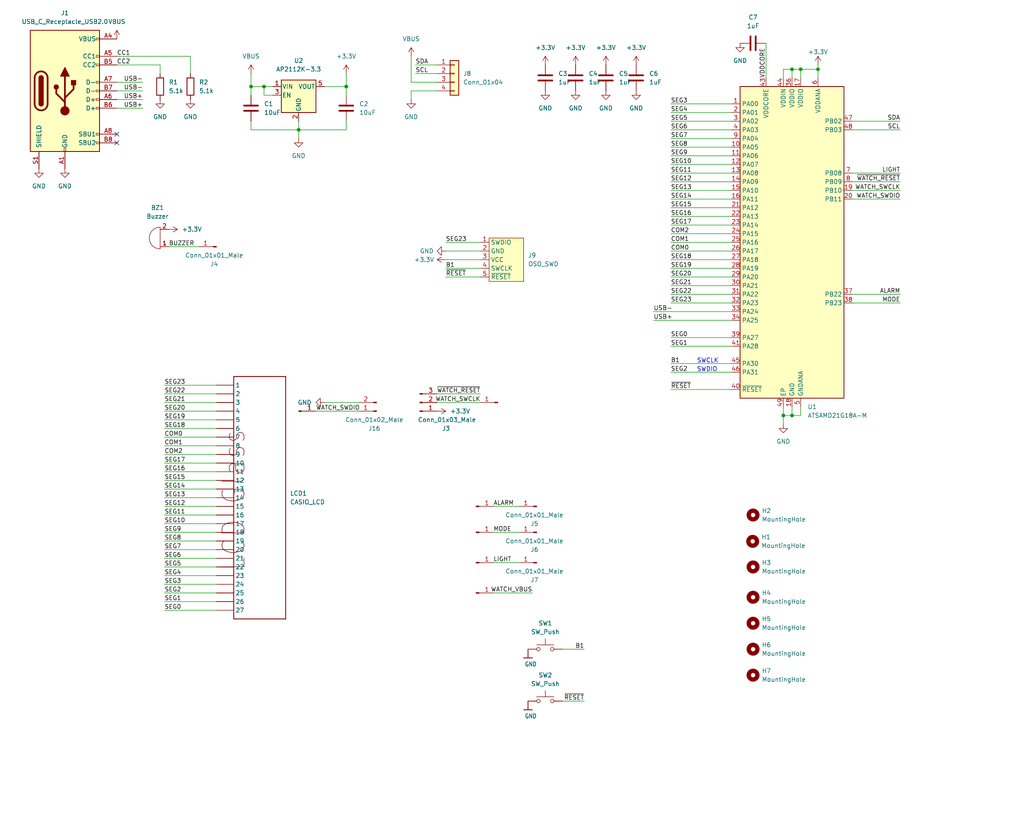
<source format=kicad_sch>
(kicad_sch (version 20211123) (generator eeschema)
  (paper "User" 300.507 242.062)
  (lib_symbols
    (symbol "Adafruit QT Py-eagle-import:GND" (power)
      (property "Value" "GND" (at -1.524 -2.54 0))
      (symbol "GND_1_0"
        (polyline (pts (xy -1.27 0) (xy 1.27 0)) (stroke (width 0.254)))
        (pin power_in line (at 0 2.54 270) (length 2.54) (name "GND") (number "1"))
      )
    )
    (symbol "Connector:Conn_01x01_Male" (pin_names (offset 1.016) hide)
      (property "Reference" "J" (at 0 2.54 0))
      (property "Value" "Conn_01x01_Male" (at 0 -2.54 0))
      (symbol "Conn_01x01_Male_1_1"
        (polyline (pts (xy 1.27 0) (xy 0.8636 0)) (stroke (width 0.1524)))
        (rectangle (start 0.8636 0.127) (end 0 -0.127) (stroke (width 0.1524)) (fill (type outline)))
        (pin passive line (at 5.08 0 180) (length 3.81) (name "Pin_1") (number "1"))
      )
    )
    (symbol "Connector:Conn_01x02_Male" (pin_names (offset 1.016) hide)
      (property "Reference" "J" (at 0 2.54 0))
      (property "Value" "Conn_01x02_Male" (at 0 -5.08 0))
      (symbol "Conn_01x02_Male_1_1"
        (polyline (pts (xy 1.27 -2.54) (xy 0.8636 -2.54)) (stroke (width 0.1524)))
        (polyline (pts (xy 1.27 0) (xy 0.8636 0)) (stroke (width 0.1524)))
        (rectangle (start 0.8636 -2.413) (end 0 -2.667) (stroke (width 0.1524)) (fill (type outline)))
        (rectangle (start 0.8636 0.127) (end 0 -0.127) (stroke (width 0.1524)) (fill (type outline)))
        (pin passive line (at 5.08 0 180) (length 3.81) (name "Pin_1") (number "1"))
        (pin passive line (at 5.08 -2.54 180) (length 3.81) (name "Pin_2") (number "2"))
      )
    )
    (symbol "Connector:Conn_01x03_Male" (pin_names (offset 1.016) hide)
      (property "Reference" "J" (at 0 5.08 0))
      (property "Value" "Conn_01x03_Male" (at 0 -5.08 0))
      (symbol "Conn_01x03_Male_1_1"
        (polyline (pts (xy 1.27 -2.54) (xy 0.8636 -2.54)) (stroke (width 0.1524)))
        (polyline (pts (xy 1.27 0) (xy 0.8636 0)) (stroke (width 0.1524)))
        (polyline (pts (xy 1.27 2.54) (xy 0.8636 2.54)) (stroke (width 0.1524)))
        (rectangle (start 0.8636 -2.413) (end 0 -2.667) (stroke (width 0.1524)) (fill (type outline)))
        (rectangle (start 0.8636 0.127) (end 0 -0.127) (stroke (width 0.1524)) (fill (type outline)))
        (rectangle (start 0.8636 2.667) (end 0 2.413) (stroke (width 0.1524)) (fill (type outline)))
        (pin passive line (at 5.08 2.54 180) (length 3.81) (name "Pin_1") (number "1"))
        (pin passive line (at 5.08 0 180) (length 3.81) (name "Pin_2") (number "2"))
        (pin passive line (at 5.08 -2.54 180) (length 3.81) (name "Pin_3") (number "3"))
      )
    )
    (symbol "Connector:USB_C_Receptacle_USB2.0" (pin_names (offset 1.016))
      (property "Reference" "J" (at -10.16 19.05 0))
      (property "Value" "USB_C_Receptacle_USB2.0" (at 19.05 19.05 0))
      (symbol "USB_C_Receptacle_USB2.0_0_0"
        (rectangle (start -0.254 -17.78) (end 0.254 -16.764))
        (rectangle (start 10.16 -14.986) (end 9.144 -15.494))
        (rectangle (start 10.16 -12.446) (end 9.144 -12.954))
        (rectangle (start 10.16 -4.826) (end 9.144 -5.334))
        (rectangle (start 10.16 -2.286) (end 9.144 -2.794))
        (rectangle (start 10.16 0.254) (end 9.144 -0.254))
        (rectangle (start 10.16 2.794) (end 9.144 2.286))
        (rectangle (start 10.16 7.874) (end 9.144 7.366))
        (rectangle (start 10.16 10.414) (end 9.144 9.906))
        (rectangle (start 10.16 15.494) (end 9.144 14.986))
      )
      (symbol "USB_C_Receptacle_USB2.0_0_1"
        (rectangle (start -10.16 17.78) (end 10.16 -17.78) (stroke (width 0.254)) (fill (type background)))
        (arc (start -8.89 -3.81) (mid -6.985 -5.715) (end -5.08 -3.81) (stroke (width 0.508)))
        (arc (start -7.62 -3.81) (mid -6.985 -4.445) (end -6.35 -3.81) (stroke (width 0.254)))
        (arc (start -7.62 -3.81) (mid -6.985 -4.445) (end -6.35 -3.81) (stroke (width 0.254)) (fill (type outline)))
        (rectangle (start -7.62 -3.81) (end -6.35 3.81) (stroke (width 0.254)) (fill (type outline)))
        (arc (start -6.35 3.81) (mid -6.985 4.445) (end -7.62 3.81) (stroke (width 0.254)))
        (arc (start -6.35 3.81) (mid -6.985 4.445) (end -7.62 3.81) (stroke (width 0.254)) (fill (type outline)))
        (arc (start -5.08 3.81) (mid -6.985 5.715) (end -8.89 3.81) (stroke (width 0.508)))
        (circle (center -2.54 1.143) (radius 0.635) (stroke (width 0.254)) (fill (type outline)))
        (circle (center 0 -5.842) (radius 1.27) (fill (type outline)))
        (polyline (pts (xy -8.89 -3.81) (xy -8.89 3.81)) (stroke (width 0.508)))
        (polyline (pts (xy -5.08 3.81) (xy -5.08 -3.81)) (stroke (width 0.508)))
        (polyline (pts (xy 0 -5.842) (xy 0 4.318)) (stroke (width 0.508)))
        (polyline (pts (xy 0 -3.302) (xy -2.54 -0.762) (xy -2.54 0.508)) (stroke (width 0.508)))
        (polyline (pts (xy 0 -2.032) (xy 2.54 0.508) (xy 2.54 1.778)) (stroke (width 0.508)))
        (polyline (pts (xy -1.27 4.318) (xy 0 6.858) (xy 1.27 4.318) (xy -1.27 4.318)) (stroke (width 0.254)) (fill (type outline)))
        (rectangle (start 1.905 1.778) (end 3.175 3.048) (stroke (width 0.254)) (fill (type outline)))
      )
      (symbol "USB_C_Receptacle_USB2.0_1_1"
        (pin passive line (at 0 -22.86 90) (length 5.08) (name "GND") (number "A1"))
        (pin passive line (at 0 -22.86 90) (length 5.08) hide (name "GND") (number "A12"))
        (pin passive line (at 15.24 15.24 180) (length 5.08) (name "VBUS") (number "A4"))
        (pin bidirectional line (at 15.24 10.16 180) (length 5.08) (name "CC1") (number "A5"))
        (pin bidirectional line (at 15.24 -2.54 180) (length 5.08) (name "D+") (number "A6"))
        (pin bidirectional line (at 15.24 2.54 180) (length 5.08) (name "D-") (number "A7"))
        (pin bidirectional line (at 15.24 -12.7 180) (length 5.08) (name "SBU1") (number "A8"))
        (pin passive line (at 15.24 15.24 180) (length 5.08) hide (name "VBUS") (number "A9"))
        (pin passive line (at 0 -22.86 90) (length 5.08) hide (name "GND") (number "B1"))
        (pin passive line (at 0 -22.86 90) (length 5.08) hide (name "GND") (number "B12"))
        (pin passive line (at 15.24 15.24 180) (length 5.08) hide (name "VBUS") (number "B4"))
        (pin bidirectional line (at 15.24 7.62 180) (length 5.08) (name "CC2") (number "B5"))
        (pin bidirectional line (at 15.24 -5.08 180) (length 5.08) (name "D+") (number "B6"))
        (pin bidirectional line (at 15.24 0 180) (length 5.08) (name "D-") (number "B7"))
        (pin bidirectional line (at 15.24 -15.24 180) (length 5.08) (name "SBU2") (number "B8"))
        (pin passive line (at 15.24 15.24 180) (length 5.08) hide (name "VBUS") (number "B9"))
        (pin passive line (at -7.62 -22.86 90) (length 5.08) (name "SHIELD") (number "S1"))
      )
    )
    (symbol "Connector_Generic:Conn_01x04" (pin_names (offset 1.016) hide)
      (property "Reference" "J" (at 0 5.08 0))
      (property "Value" "Conn_01x04" (at 0 -7.62 0))
      (symbol "Conn_01x04_1_1"
        (rectangle (start -1.27 -4.953) (end 0 -5.207) (stroke (width 0.1524)))
        (rectangle (start -1.27 -2.413) (end 0 -2.667) (stroke (width 0.1524)))
        (rectangle (start -1.27 0.127) (end 0 -0.127) (stroke (width 0.1524)))
        (rectangle (start -1.27 2.667) (end 0 2.413) (stroke (width 0.1524)))
        (rectangle (start -1.27 3.81) (end 1.27 -6.35) (stroke (width 0.254)) (fill (type background)))
        (pin passive line (at -5.08 2.54 0) (length 3.81) (name "Pin_1") (number "1"))
        (pin passive line (at -5.08 0 0) (length 3.81) (name "Pin_2") (number "2"))
        (pin passive line (at -5.08 -2.54 0) (length 3.81) (name "Pin_3") (number "3"))
        (pin passive line (at -5.08 -5.08 0) (length 3.81) (name "Pin_4") (number "4"))
      )
    )
    (symbol "Device:Buzzer" (pin_names (offset 0.0254) hide)
      (property "Reference" "BZ" (at 3.81 1.27 0))
      (property "Value" "Buzzer" (at 3.81 -1.27 0))
      (symbol "Buzzer_0_1"
        (arc (start 0 -3.175) (mid 3.175 0) (end 0 3.175))
        (polyline (pts (xy -1.651 1.905) (xy -1.143 1.905)))
        (polyline (pts (xy -1.397 2.159) (xy -1.397 1.651)))
        (polyline (pts (xy 0 3.175) (xy 0 -3.175)))
      )
      (symbol "Buzzer_1_1"
        (pin passive line (at -2.54 2.54 0) (length 2.54) (name "-") (number "1"))
        (pin passive line (at -2.54 -2.54 0) (length 2.54) (name "+") (number "2"))
      )
    )
    (symbol "Device:C" (pin_numbers hide) (pin_names (offset 0.254))
      (property "Reference" "C" (at 0.635 2.54 0))
      (property "Value" "C" (at 0.635 -2.54 0))
      (symbol "C_0_1"
        (polyline (pts (xy -2.032 -0.762) (xy 2.032 -0.762)) (stroke (width 0.508)))
        (polyline (pts (xy -2.032 0.762) (xy 2.032 0.762)) (stroke (width 0.508)))
      )
      (symbol "C_1_1"
        (pin passive line (at 0 3.81 270) (length 2.794) (name "~") (number "1"))
        (pin passive line (at 0 -3.81 90) (length 2.794) (name "~") (number "2"))
      )
    )
    (symbol "Device:R" (pin_numbers hide) (pin_names (offset 0))
      (property "Reference" "R" (at 2.032 0 90))
      (property "Value" "R" (at 0 0 90))
      (symbol "R_0_1"
        (rectangle (start -1.016 -2.54) (end 1.016 2.54) (stroke (width 0.254)))
      )
      (symbol "R_1_1"
        (pin passive line (at 0 3.81 270) (length 1.27) (name "~") (number "1"))
        (pin passive line (at 0 -3.81 90) (length 1.27) (name "~") (number "2"))
      )
    )
    (symbol "MCU_Microchip_SAMD:ATSAMD21G18A-M"
      (property "Reference" "U" (at -13.97 46.99 0))
      (property "Value" "ATSAMD21G18A-M" (at 16.51 46.99 0))
      (symbol "ATSAMD21G18A-M_0_1"
        (rectangle (start -15.24 45.72) (end 15.24 -45.72) (stroke (width 0.254)) (fill (type background)))
      )
      (symbol "ATSAMD21G18A-M_1_1"
        (pin bidirectional line (at -17.78 40.64 0) (length 2.54) (name "PA00") (number "1"))
        (pin bidirectional line (at -17.78 27.94 0) (length 2.54) (name "PA05") (number "10"))
        (pin bidirectional line (at -17.78 25.4 0) (length 2.54) (name "PA06") (number "11"))
        (pin bidirectional line (at -17.78 22.86 0) (length 2.54) (name "PA07") (number "12"))
        (pin bidirectional line (at -17.78 20.32 0) (length 2.54) (name "PA08") (number "13"))
        (pin bidirectional line (at -17.78 17.78 0) (length 2.54) (name "PA09") (number "14"))
        (pin bidirectional line (at -17.78 15.24 0) (length 2.54) (name "PA10") (number "15"))
        (pin bidirectional line (at -17.78 12.7 0) (length 2.54) (name "PA11") (number "16"))
        (pin power_in line (at 2.54 48.26 270) (length 2.54) (name "VDDIO") (number "17"))
        (pin power_in line (at 0 -48.26 90) (length 2.54) (name "GND") (number "18"))
        (pin bidirectional line (at 17.78 15.24 180) (length 2.54) (name "PB10") (number "19"))
        (pin bidirectional line (at -17.78 38.1 0) (length 2.54) (name "PA01") (number "2"))
        (pin bidirectional line (at 17.78 12.7 180) (length 2.54) (name "PB11") (number "20"))
        (pin bidirectional line (at -17.78 10.16 0) (length 2.54) (name "PA12") (number "21"))
        (pin bidirectional line (at -17.78 7.62 0) (length 2.54) (name "PA13") (number "22"))
        (pin bidirectional line (at -17.78 5.08 0) (length 2.54) (name "PA14") (number "23"))
        (pin bidirectional line (at -17.78 2.54 0) (length 2.54) (name "PA15") (number "24"))
        (pin bidirectional line (at -17.78 0 0) (length 2.54) (name "PA16") (number "25"))
        (pin bidirectional line (at -17.78 -2.54 0) (length 2.54) (name "PA17") (number "26"))
        (pin bidirectional line (at -17.78 -5.08 0) (length 2.54) (name "PA18") (number "27"))
        (pin bidirectional line (at -17.78 -7.62 0) (length 2.54) (name "PA19") (number "28"))
        (pin bidirectional line (at -17.78 -10.16 0) (length 2.54) (name "PA20") (number "29"))
        (pin bidirectional line (at -17.78 35.56 0) (length 2.54) (name "PA02") (number "3"))
        (pin bidirectional line (at -17.78 -12.7 0) (length 2.54) (name "PA21") (number "30"))
        (pin bidirectional line (at -17.78 -15.24 0) (length 2.54) (name "PA22") (number "31"))
        (pin bidirectional line (at -17.78 -17.78 0) (length 2.54) (name "PA23") (number "32"))
        (pin bidirectional line (at -17.78 -20.32 0) (length 2.54) (name "PA24") (number "33"))
        (pin bidirectional line (at -17.78 -22.86 0) (length 2.54) (name "PA25") (number "34"))
        (pin passive line (at 0 -48.26 90) (length 2.54) hide (name "GND") (number "35"))
        (pin power_in line (at 0 48.26 270) (length 2.54) (name "VDDIO") (number "36"))
        (pin bidirectional line (at 17.78 -15.24 180) (length 2.54) (name "PB22") (number "37"))
        (pin bidirectional line (at 17.78 -17.78 180) (length 2.54) (name "PB23") (number "38"))
        (pin bidirectional line (at -17.78 -27.94 0) (length 2.54) (name "PA27") (number "39"))
        (pin bidirectional line (at -17.78 33.02 0) (length 2.54) (name "PA03") (number "4"))
        (pin input line (at -17.78 -43.18 0) (length 2.54) (name "~{RESET}") (number "40"))
        (pin bidirectional line (at -17.78 -30.48 0) (length 2.54) (name "PA28") (number "41"))
        (pin passive line (at 0 -48.26 90) (length 2.54) hide (name "GND") (number "42"))
        (pin power_out line (at -7.62 48.26 270) (length 2.54) (name "VDDCORE") (number "43"))
        (pin power_in line (at -2.54 48.26 270) (length 2.54) (name "VDDIN") (number "44"))
        (pin bidirectional line (at -17.78 -35.56 0) (length 2.54) (name "PA30") (number "45"))
        (pin bidirectional line (at -17.78 -38.1 0) (length 2.54) (name "PA31") (number "46"))
        (pin bidirectional line (at 17.78 35.56 180) (length 2.54) (name "PB02") (number "47"))
        (pin bidirectional line (at 17.78 33.02 180) (length 2.54) (name "PB03") (number "48"))
        (pin passive line (at -2.54 -48.26 90) (length 2.54) (name "EP") (number "49"))
        (pin power_in line (at 2.54 -48.26 90) (length 2.54) (name "GNDANA") (number "5"))
        (pin power_in line (at 7.62 48.26 270) (length 2.54) (name "VDDANA") (number "6"))
        (pin bidirectional line (at 17.78 20.32 180) (length 2.54) (name "PB08") (number "7"))
        (pin bidirectional line (at 17.78 17.78 180) (length 2.54) (name "PB09") (number "8"))
        (pin bidirectional line (at -17.78 30.48 0) (length 2.54) (name "PA04") (number "9"))
      )
    )
    (symbol "Mechanical:MountingHole" (pin_names (offset 1.016))
      (property "Reference" "H" (at 0 5.08 0))
      (property "Value" "MountingHole" (at 0 3.175 0))
      (symbol "MountingHole_0_1"
        (circle (center 0 0) (radius 1.27) (stroke (width 1.27)))
      )
    )
    (symbol "OSO-SWAT-A1-05-eagle-import:CASIO_LCD"
      (property "Reference" "LCD" (at 0 11.43 0))
      (property "Value" "CASIO_LCD" (at 0 13.97 0))
      (symbol "CASIO_LCD_1_0"
        (polyline (pts (xy -35.56 -5.08) (xy -35.56 10.16)) (stroke (width 0.254)))
        (polyline (pts (xy -35.56 10.16) (xy 35.56 10.16)) (stroke (width 0.254)))
        (polyline (pts (xy 35.56 -5.08) (xy -35.56 -5.08)) (stroke (width 0.254)))
        (polyline (pts (xy 35.56 10.16) (xy 35.56 -5.08)) (stroke (width 0.254)))
        (text "LCD Glass" (at -20.32 -1.27 0) (effects (font (size 6.4516 5.4838)) (justify left bottom)))
        (pin input line (at -33.02 -10.16 90) (length 5.08) (name "1") (number "1"))
        (pin input line (at -10.16 -10.16 90) (length 5.08) (name "10") (number "10"))
        (pin input line (at -7.62 -10.16 90) (length 5.08) (name "11") (number "11"))
        (pin input line (at -5.08 -10.16 90) (length 5.08) (name "12") (number "12"))
        (pin input line (at -2.54 -10.16 90) (length 5.08) (name "13") (number "13"))
        (pin input line (at 0 -10.16 90) (length 5.08) (name "14") (number "14"))
        (pin input line (at 2.54 -10.16 90) (length 5.08) (name "15") (number "15"))
        (pin input line (at 5.08 -10.16 90) (length 5.08) (name "16") (number "16"))
        (pin input line (at 7.62 -10.16 90) (length 5.08) (name "17") (number "17"))
        (pin input line (at 10.16 -10.16 90) (length 5.08) (name "18") (number "18"))
        (pin input line (at 12.7 -10.16 90) (length 5.08) (name "19") (number "19"))
        (pin input line (at -30.48 -10.16 90) (length 5.08) (name "2") (number "2"))
        (pin input line (at 15.24 -10.16 90) (length 5.08) (name "20") (number "20"))
        (pin input line (at 17.78 -10.16 90) (length 5.08) (name "21") (number "21"))
        (pin input line (at 20.32 -10.16 90) (length 5.08) (name "22") (number "22"))
        (pin input line (at 22.86 -10.16 90) (length 5.08) (name "23") (number "23"))
        (pin input line (at 25.4 -10.16 90) (length 5.08) (name "24") (number "24"))
        (pin input line (at 27.94 -10.16 90) (length 5.08) (name "25") (number "25"))
        (pin input line (at 30.48 -10.16 90) (length 5.08) (name "26") (number "26"))
        (pin input line (at 33.02 -10.16 90) (length 5.08) (name "27") (number "27"))
        (pin input line (at -27.94 -10.16 90) (length 5.08) (name "3") (number "3"))
        (pin input line (at -25.4 -10.16 90) (length 5.08) (name "4") (number "4"))
        (pin input line (at -22.86 -10.16 90) (length 5.08) (name "5") (number "5"))
        (pin input line (at -20.32 -10.16 90) (length 5.08) (name "6") (number "6"))
        (pin input line (at -17.78 -10.16 90) (length 5.08) (name "7") (number "7"))
        (pin input line (at -15.24 -10.16 90) (length 5.08) (name "8") (number "8"))
        (pin input line (at -12.7 -10.16 90) (length 5.08) (name "9") (number "9"))
      )
    )
    (symbol "OSO_SWD:OSO_SWD"
      (property "Reference" "J" (at 0 -7.62 0))
      (property "Value" "OSO_SWD" (at 0 7.62 0))
      (symbol "OSO_SWD_0_1"
        (rectangle (start -5.08 6.35) (end 5.08 -6.35) (fill (type background)))
      )
      (symbol "OSO_SWD_1_1"
        (pin bidirectional line (at -7.62 5.08 0) (length 2.54) (name "SWDIO") (number "1"))
        (pin power_in line (at -7.62 2.54 0) (length 2.54) (name "GND") (number "2"))
        (pin power_in line (at -7.62 0 0) (length 2.54) (name "VCC") (number "3"))
        (pin bidirectional line (at -7.62 -2.54 0) (length 2.54) (name "SWCLK") (number "4"))
        (pin bidirectional line (at -7.62 -5.08 0) (length 2.54) (name "~{RESET}") (number "5"))
      )
    )
    (symbol "Regulator_Linear:AP2112K-3.3" (pin_names (offset 0.254))
      (property "Reference" "U" (at -5.08 5.715 0))
      (property "Value" "AP2112K-3.3" (at 0 5.715 0))
      (symbol "AP2112K-3.3_0_1"
        (rectangle (start -5.08 4.445) (end 5.08 -5.08) (stroke (width 0.254)) (fill (type background)))
      )
      (symbol "AP2112K-3.3_1_1"
        (pin power_in line (at -7.62 2.54 0) (length 2.54) (name "VIN") (number "1"))
        (pin power_in line (at 0 -7.62 90) (length 2.54) (name "GND") (number "2"))
        (pin input line (at -7.62 0 0) (length 2.54) (name "EN") (number "3"))
        (pin no_connect line (at 5.08 0 180) (length 2.54) hide (name "NC") (number "4"))
        (pin power_out line (at 7.62 2.54 180) (length 2.54) (name "VOUT") (number "5"))
      )
    )
    (symbol "Switch:SW_Push" (pin_numbers hide) (pin_names (offset 1.016) hide)
      (property "Reference" "SW" (at 1.27 2.54 0))
      (property "Value" "SW_Push" (at 0 -1.524 0))
      (symbol "SW_Push_0_1"
        (circle (center -2.032 0) (radius 0.508))
        (polyline (pts (xy 0 1.27) (xy 0 3.048)))
        (polyline (pts (xy 2.54 1.27) (xy -2.54 1.27)))
        (circle (center 2.032 0) (radius 0.508))
        (pin passive line (at -5.08 0 0) (length 2.54) (name "1") (number "1"))
        (pin passive line (at 5.08 0 180) (length 2.54) (name "2") (number "2"))
      )
    )
    (symbol "power:+3.3V" (power) (pin_names (offset 0))
      (property "Value" "+3.3V" (at 0 3.556 0))
      (symbol "+3.3V_0_1"
        (polyline (pts (xy -0.762 1.27) (xy 0 2.54)))
        (polyline (pts (xy 0 0) (xy 0 2.54)))
        (polyline (pts (xy 0 2.54) (xy 0.762 1.27)))
      )
      (symbol "+3.3V_1_1"
        (pin power_in line (at 0 0 90) (length 0) hide (name "+3.3V") (number "1"))
      )
    )
    (symbol "power:GND" (power) (pin_names (offset 0))
      (property "Value" "GND" (at 0 -3.81 0))
      (symbol "GND_0_1"
        (polyline (pts (xy 0 0) (xy 0 -1.27) (xy 1.27 -1.27) (xy 0 -2.54) (xy -1.27 -1.27) (xy 0 -1.27)))
      )
      (symbol "GND_1_1"
        (pin power_in line (at 0 0 270) (length 0) hide (name "GND") (number "1"))
      )
    )
    (symbol "power:VBUS" (power) (pin_names (offset 0))
      (property "Value" "VBUS" (at 0 3.81 0))
      (symbol "VBUS_0_1"
        (polyline (pts (xy -0.762 1.27) (xy 0 2.54)))
        (polyline (pts (xy 0 0) (xy 0 2.54)))
        (polyline (pts (xy 0 2.54) (xy 0.762 1.27)))
      )
      (symbol "VBUS_1_1"
        (pin power_in line (at 0 0 90) (length 0) hide (name "VBUS") (number "1"))
      )
    )
  )
  (junction (at 234.95 20.32))
  (junction (at 73.66 25.4))
  (junction (at 232.41 121.92))
  (junction (at 232.41 20.32))
  (junction (at 101.6 25.4))
  (junction (at 229.87 121.92))
  (junction (at 87.63 38.1))
  (junction (at 240.03 20.32))
  (junction (at 77.47 25.4))
  (no_connect (at 34.29 39.37))
  (no_connect (at 34.29 41.91))
  (wire (pts (xy 196.85 38.1) (xy 214.63 38.1)))
  (wire (pts (xy 196.85 78.74) (xy 214.63 78.74)))
  (wire (pts (xy 196.85 60.96) (xy 214.63 60.96)))
  (wire (pts (xy 232.41 121.92) (xy 229.87 121.92)))
  (wire (pts (xy 250.19 86.36) (xy 264.16 86.36)))
  (wire (pts (xy 48.26 113.03) (xy 63.5 113.03)))
  (wire (pts (xy 144.78 148.59) (xy 152.4 148.59)))
  (wire (pts (xy 55.88 16.51) (xy 55.88 21.59)))
  (wire (pts (xy 240.03 20.32) (xy 240.03 22.86)))
  (wire (pts (xy 196.85 43.18) (xy 214.63 43.18)))
  (wire (pts (xy 46.99 19.05) (xy 34.29 19.05)))
  (wire (pts (xy 120.65 24.13) (xy 120.65 16.51)))
  (wire (pts (xy 234.95 121.92) (xy 232.41 121.92)))
  (wire (pts (xy 250.19 50.8) (xy 264.16 50.8)))
  (wire (pts (xy 48.26 158.75) (xy 63.5 158.75)))
  (wire (pts (xy 196.85 55.88) (xy 214.63 55.88)))
  (wire (pts (xy 196.85 76.2) (xy 214.63 76.2)))
  (wire (pts (xy 41.91 29.21) (xy 34.29 29.21)))
  (wire (pts (xy 48.26 138.43) (xy 63.5 138.43)))
  (wire (pts (xy 63.5 128.27) (xy 48.26 128.27)))
  (wire (pts (xy 48.26 168.91) (xy 63.5 168.91)))
  (wire (pts (xy 34.29 16.51) (xy 55.88 16.51)))
  (wire (pts (xy 229.87 124.46) (xy 229.87 121.92)))
  (wire (pts (xy 101.6 25.4) (xy 95.25 25.4)))
  (wire (pts (xy 48.26 123.19) (xy 63.5 123.19)))
  (wire (pts (xy 229.87 22.86) (xy 229.87 20.32)))
  (wire (pts (xy 73.66 35.56) (xy 73.66 38.1)))
  (wire (pts (xy 196.85 66.04) (xy 214.63 66.04)))
  (wire (pts (xy 234.95 20.32) (xy 234.95 22.86)))
  (wire (pts (xy 120.65 26.67) (xy 120.65 29.21)))
  (wire (pts (xy 48.26 161.29) (xy 63.5 161.29)))
  (wire (pts (xy 48.26 151.13) (xy 63.5 151.13)))
  (wire (pts (xy 196.85 88.9) (xy 214.63 88.9)))
  (wire (pts (xy 48.26 156.21) (xy 63.5 156.21)))
  (wire (pts (xy 73.66 25.4) (xy 77.47 25.4)))
  (wire (pts (xy 48.26 148.59) (xy 63.5 148.59)))
  (wire (pts (xy 48.26 176.53) (xy 63.5 176.53)))
  (wire (pts (xy 121.92 21.59) (xy 128.27 21.59)))
  (wire (pts (xy 196.85 71.12) (xy 214.63 71.12)))
  (wire (pts (xy 196.85 106.68) (xy 214.63 106.68)))
  (wire (pts (xy 196.85 33.02) (xy 214.63 33.02)))
  (wire (pts (xy 101.6 38.1) (xy 87.63 38.1)))
  (wire (pts (xy 229.87 20.32) (xy 232.41 20.32)))
  (wire (pts (xy 130.81 73.66) (xy 140.97 73.66)))
  (wire (pts (xy 48.26 115.57) (xy 63.5 115.57)))
  (wire (pts (xy 48.26 166.37) (xy 63.5 166.37)))
  (wire (pts (xy 250.19 58.42) (xy 264.16 58.42)))
  (wire (pts (xy 196.85 45.72) (xy 214.63 45.72)))
  (wire (pts (xy 101.6 35.56) (xy 101.6 38.1)))
  (wire (pts (xy 224.79 22.86) (xy 224.79 12.7)))
  (wire (pts (xy 232.41 119.38) (xy 232.41 121.92)))
  (wire (pts (xy 191.77 91.44) (xy 214.63 91.44)))
  (wire (pts (xy 196.85 73.66) (xy 214.63 73.66)))
  (wire (pts (xy 171.45 190.5) (xy 165.1 190.5)))
  (wire (pts (xy 41.91 26.67) (xy 34.29 26.67)))
  (wire (pts (xy 196.85 50.8) (xy 214.63 50.8)))
  (wire (pts (xy 41.91 31.75) (xy 34.29 31.75)))
  (wire (pts (xy 48.26 179.07) (xy 63.5 179.07)))
  (wire (pts (xy 130.81 81.28) (xy 140.97 81.28)))
  (wire (pts (xy 128.27 24.13) (xy 120.65 24.13)))
  (wire (pts (xy 130.81 78.74) (xy 140.97 78.74)))
  (wire (pts (xy 48.26 153.67) (xy 63.5 153.67)))
  (wire (pts (xy 144.78 156.21) (xy 152.4 156.21)))
  (wire (pts (xy 48.26 125.73) (xy 63.5 125.73)))
  (wire (pts (xy 171.45 205.74) (xy 165.1 205.74)))
  (wire (pts (xy 196.85 99.06) (xy 214.63 99.06)))
  (wire (pts (xy 63.5 133.35) (xy 48.26 133.35)))
  (wire (pts (xy 196.85 101.6) (xy 214.63 101.6)))
  (wire (pts (xy 250.19 53.34) (xy 264.16 53.34)))
  (wire (pts (xy 130.81 76.2) (xy 140.97 76.2)))
  (wire (pts (xy 73.66 21.59) (xy 73.66 25.4)))
  (wire (pts (xy 41.91 24.13) (xy 34.29 24.13)))
  (wire (pts (xy 73.66 27.94) (xy 73.66 25.4)))
  (wire (pts (xy 77.47 25.4) (xy 80.01 25.4)))
  (wire (pts (xy 101.6 21.59) (xy 101.6 25.4)))
  (wire (pts (xy 196.85 83.82) (xy 214.63 83.82)))
  (wire (pts (xy 121.92 19.05) (xy 128.27 19.05)))
  (wire (pts (xy 196.85 68.58) (xy 214.63 68.58)))
  (wire (pts (xy 240.03 19.05) (xy 240.03 20.32)))
  (wire (pts (xy 234.95 119.38) (xy 234.95 121.92)))
  (wire (pts (xy 191.77 93.98) (xy 214.63 93.98)))
  (wire (pts (xy 48.26 118.11) (xy 63.5 118.11)))
  (wire (pts (xy 250.19 55.88) (xy 264.16 55.88)))
  (wire (pts (xy 140.97 118.11) (xy 128.27 118.11)))
  (wire (pts (xy 156.21 173.99) (xy 144.78 173.99)))
  (wire (pts (xy 196.85 53.34) (xy 214.63 53.34)))
  (wire (pts (xy 73.66 38.1) (xy 87.63 38.1)))
  (wire (pts (xy 87.63 38.1) (xy 87.63 35.56)))
  (wire (pts (xy 48.26 140.97) (xy 63.5 140.97)))
  (wire (pts (xy 196.85 86.36) (xy 214.63 86.36)))
  (wire (pts (xy 196.85 40.64) (xy 214.63 40.64)))
  (wire (pts (xy 48.26 173.99) (xy 63.5 173.99)))
  (wire (pts (xy 92.71 120.65) (xy 105.41 120.65)))
  (wire (pts (xy 196.85 81.28) (xy 214.63 81.28)))
  (wire (pts (xy 80.01 27.94) (xy 77.47 27.94)))
  (wire (pts (xy 196.85 58.42) (xy 214.63 58.42)))
  (wire (pts (xy 232.41 20.32) (xy 232.41 22.86)))
  (wire (pts (xy 48.26 146.05) (xy 63.5 146.05)))
  (wire (pts (xy 140.97 115.57) (xy 128.27 115.57)))
  (wire (pts (xy 48.26 135.89) (xy 63.5 135.89)))
  (wire (pts (xy 232.41 20.32) (xy 234.95 20.32)))
  (wire (pts (xy 250.19 35.56) (xy 264.16 35.56)))
  (wire (pts (xy 196.85 63.5) (xy 214.63 63.5)))
  (wire (pts (xy 48.26 171.45) (xy 63.5 171.45)))
  (wire (pts (xy 229.87 121.92) (xy 229.87 119.38)))
  (wire (pts (xy 196.85 109.22) (xy 214.63 109.22)))
  (wire (pts (xy 48.26 120.65) (xy 63.5 120.65)))
  (wire (pts (xy 77.47 27.94) (xy 77.47 25.4)))
  (wire (pts (xy 196.85 114.3) (xy 214.63 114.3)))
  (wire (pts (xy 46.99 21.59) (xy 46.99 19.05)))
  (wire (pts (xy 95.25 118.11) (xy 105.41 118.11)))
  (wire (pts (xy 144.78 165.1) (xy 152.4 165.1)))
  (wire (pts (xy 250.19 88.9) (xy 264.16 88.9)))
  (wire (pts (xy 128.27 26.67) (xy 120.65 26.67)))
  (wire (pts (xy 234.95 20.32) (xy 240.03 20.32)))
  (wire (pts (xy 87.63 40.64) (xy 87.63 38.1)))
  (wire (pts (xy 48.26 163.83) (xy 63.5 163.83)))
  (wire (pts (xy 196.85 30.48) (xy 214.63 30.48)))
  (wire (pts (xy 196.85 35.56) (xy 214.63 35.56)))
  (wire (pts (xy 101.6 27.94) (xy 101.6 25.4)))
  (wire (pts (xy 130.81 71.12) (xy 140.97 71.12)))
  (wire (pts (xy 196.85 48.26) (xy 214.63 48.26)))
  (wire (pts (xy 48.26 143.51) (xy 63.5 143.51)))
  (wire (pts (xy 49.53 72.39) (xy 58.42 72.39)))
  (wire (pts (xy 250.19 38.1) (xy 264.16 38.1)))
  (wire (pts (xy 63.5 130.81) (xy 48.26 130.81)))
  (text "SWDIO" (at 204.47 109.22 0) (effects (font (size 1.27 1.27)) (justify left bottom)))
  (text "SWCLK" (at 204.47 106.68 0) (effects (font (size 1.27 1.27)) (justify left bottom)))
  (label "SEG19" (at 196.85 78.74 0) (effects (font (size 1.2446 1.2446))))
  (label "SEG21" (at 48.26 118.11 0) (effects (font (size 1.2446 1.2446))))
  (label "MODE" (at 144.78 156.21 0) (effects (font (size 1.2446 1.2446))))
  (label "WATCH_VBUS" (at 156.21 173.99 180))
  (label "SEG16" (at 48.26 138.43 0) (effects (font (size 1.2446 1.2446))))
  (label "SEG12" (at 48.26 148.59 0) (effects (font (size 1.2446 1.2446))))
  (label "SEG14" (at 48.26 143.51 0) (effects (font (size 1.2446 1.2446))))
  (label "SEG22" (at 196.85 86.36 0) (effects (font (size 1.2446 1.2446))))
  (label "SEG2" (at 48.26 173.99 0) (effects (font (size 1.2446 1.2446))))
  (label "SEG8" (at 196.85 43.18 0) (effects (font (size 1.2446 1.2446))))
  (label "SEG20" (at 48.26 120.65 0) (effects (font (size 1.2446 1.2446))))
  (label "SDA" (at 264.16 35.56 180))
  (label "LIGHT" (at 264.16 50.8 180) (effects (font (size 1.2446 1.2446))))
  (label "B1" (at 196.85 106.68 0) (effects (font (size 1.2446 1.2446))))
  (label "COM0" (at 196.85 73.66 0) (effects (font (size 1.2446 1.2446))))
  (label "USB+" (at 191.77 93.98 0))
  (label "SEG9" (at 196.85 45.72 0) (effects (font (size 1.2446 1.2446))))
  (label "USB-" (at 41.91 24.13 180))
  (label "~{WATCH_RESET}" (at 264.16 53.34 180) (effects (font (size 1.2446 1.2446))))
  (label "WATCH_SWCLK" (at 264.16 55.88 180) (effects (font (size 1.2446 1.2446))))
  (label "USB+" (at 41.91 31.75 180))
  (label "SCL" (at 264.16 38.1 180))
  (label "SEG23" (at 196.85 88.9 0) (effects (font (size 1.2446 1.2446))))
  (label "SEG21" (at 196.85 83.82 0) (effects (font (size 1.2446 1.2446))))
  (label "SEG11" (at 196.85 50.8 0) (effects (font (size 1.2446 1.2446))))
  (label "COM2" (at 48.26 133.35 0) (effects (font (size 1.2446 1.2446))))
  (label "SEG23" (at 130.81 71.12 0) (effects (font (size 1.2446 1.2446))))
  (label "SEG10" (at 196.85 48.26 0) (effects (font (size 1.2446 1.2446))))
  (label "SEG1" (at 48.26 176.53 0) (effects (font (size 1.2446 1.2446))))
  (label "SEG13" (at 196.85 55.88 0) (effects (font (size 1.2446 1.2446))))
  (label "SEG13" (at 48.26 146.05 0) (effects (font (size 1.2446 1.2446))))
  (label "WATCH_SWDIO" (at 92.71 120.65 0) (effects (font (size 1.2446 1.2446))))
  (label "SEG17" (at 48.26 135.89 0) (effects (font (size 1.2446 1.2446))))
  (label "WATCH_SWCLK" (at 140.97 118.11 180) (effects (font (size 1.2446 1.2446))))
  (label "SEG20" (at 196.85 81.28 0) (effects (font (size 1.2446 1.2446))))
  (label "SEG6" (at 196.85 38.1 0) (effects (font (size 1.2446 1.2446))))
  (label "SEG19" (at 48.26 123.19 0) (effects (font (size 1.2446 1.2446))))
  (label "~{WATCH_RESET}" (at 140.97 115.57 180) (effects (font (size 1.2446 1.2446))))
  (label "SEG16" (at 196.85 63.5 0) (effects (font (size 1.2446 1.2446))))
  (label "LIGHT" (at 144.78 165.1 0) (effects (font (size 1.2446 1.2446))))
  (label "SEG3" (at 196.85 30.48 0) (effects (font (size 1.2446 1.2446))))
  (label "SEG6" (at 48.26 163.83 0) (effects (font (size 1.2446 1.2446))))
  (label "SEG7" (at 196.85 40.64 0) (effects (font (size 1.2446 1.2446))))
  (label "B1" (at 171.45 190.5 180) (effects (font (size 1.2446 1.2446))))
  (label "COM1" (at 196.85 71.12 0) (effects (font (size 1.2446 1.2446))))
  (label "SEG7" (at 48.26 161.29 0) (effects (font (size 1.2446 1.2446))))
  (label "SEG9" (at 48.26 156.21 0) (effects (font (size 1.2446 1.2446))))
  (label "SEG0" (at 196.85 99.06 0) (effects (font (size 1.2446 1.2446))))
  (label "COM2" (at 196.85 68.58 0) (effects (font (size 1.2446 1.2446))))
  (label "CC1" (at 34.29 16.51 0))
  (label "~{RESET}" (at 171.45 205.74 180))
  (label "~{RESET}" (at 130.81 81.28 0))
  (label "SDA" (at 121.92 19.05 0))
  (label "VDDCORE" (at 224.79 22.86 90))
  (label "USB-" (at 41.91 26.67 180))
  (label "SEG17" (at 196.85 66.04 0) (effects (font (size 1.2446 1.2446))))
  (label "USB-" (at 191.77 91.44 0))
  (label "SEG5" (at 48.26 166.37 0) (effects (font (size 1.2446 1.2446))))
  (label "MODE" (at 264.16 88.9 180) (effects (font (size 1.2446 1.2446))))
  (label "SEG15" (at 196.85 60.96 0) (effects (font (size 1.2446 1.2446))))
  (label "COM0" (at 48.26 128.27 0) (effects (font (size 1.2446 1.2446))))
  (label "CC2" (at 34.29 19.05 0))
  (label "SEG15" (at 48.26 140.97 0) (effects (font (size 1.2446 1.2446))))
  (label "~{RESET}" (at 196.85 114.3 0))
  (label "SEG0" (at 48.26 179.07 0) (effects (font (size 1.2446 1.2446))))
  (label "WATCH_SWDIO" (at 264.16 58.42 180) (effects (font (size 1.2446 1.2446))))
  (label "COM1" (at 48.26 130.81 0) (effects (font (size 1.2446 1.2446))))
  (label "SEG3" (at 48.26 171.45 0) (effects (font (size 1.2446 1.2446))))
  (label "SEG2" (at 196.85 109.22 0) (effects (font (size 1.2446 1.2446))))
  (label "SCL" (at 121.92 21.59 0))
  (label "ALARM" (at 264.16 86.36 180) (effects (font (size 1.2446 1.2446))))
  (label "USB+" (at 41.91 29.21 180))
  (label "BUZZER" (at 49.53 72.39 0) (effects (font (size 1.2446 1.2446))))
  (label "SEG22" (at 48.26 115.57 0) (effects (font (size 1.2446 1.2446))))
  (label "SEG4" (at 48.26 168.91 0) (effects (font (size 1.2446 1.2446))))
  (label "SEG14" (at 196.85 58.42 0) (effects (font (size 1.2446 1.2446))))
  (label "SEG18" (at 196.85 76.2 0) (effects (font (size 1.2446 1.2446))))
  (label "SEG11" (at 48.26 151.13 0) (effects (font (size 1.2446 1.2446))))
  (label "SEG10" (at 48.26 153.67 0) (effects (font (size 1.2446 1.2446))))
  (label "ALARM" (at 144.78 148.59 0) (effects (font (size 1.2446 1.2446))))
  (label "SEG23" (at 48.26 113.03 0) (effects (font (size 1.2446 1.2446))))
  (label "SEG1" (at 196.85 101.6 0) (effects (font (size 1.2446 1.2446))))
  (label "SEG8" (at 48.26 158.75 0) (effects (font (size 1.2446 1.2446))))
  (label "SEG18" (at 48.26 125.73 0) (effects (font (size 1.2446 1.2446))))
  (label "B1" (at 130.81 78.74 0) (effects (font (size 1.2446 1.2446))))
  (label "SEG5" (at 196.85 35.56 0) (effects (font (size 1.2446 1.2446))))
  (label "SEG4" (at 196.85 33.02 0) (effects (font (size 1.2446 1.2446))))
  (label "SEG12" (at 196.85 53.34 0) (effects (font (size 1.2446 1.2446))))
  (symbol (lib_id "power:GND") (at 55.88 29.21 0) (unit 1)
    (property "Reference" "#PWR03" (effects hide))
    (property "Value" "GND" (at 55.88 34.29 0))
  )
  (symbol (lib_id "power:+3.3V") (at 177.8 19.05 0) (unit 1)
    (property "Reference" "#PWR0109" (effects hide))
    (property "Value" "+3.3V" (at 177.8 13.97 0))
  )
  (symbol (lib_id "power:GND") (at 177.8 26.67 0) (unit 1)
    (property "Reference" "#PWR0103" (effects hide))
    (property "Value" "GND" (at 177.8 31.75 0))
  )
  (symbol (lib_id "power:GND") (at 95.25 118.11 270) (unit 1)
    (property "Reference" "#PWR0101" (effects hide))
    (property "Value" "GND" (at 91.44 118.1099 90) (effects (justify right)))
  )
  (symbol (lib_id "OSO_SWD:OSO_SWD") (at 148.59 76.2 0) (unit 1)
    (property "Reference" "J9" (at 154.94 74.9299 0) (effects (justify left)))
    (property "Value" "OSO_SWD" (at 154.94 77.4699 0) (effects (justify left)))
    (property "Footprint" "OSO-SWD:OSO_SWD_Linear" (effects hide))
  )
  (symbol (lib_id "Connector:Conn_01x01_Male") (at 146.05 118.11 180) (unit 1)
    (property "Reference" "J14" (effects hide))
    (property "Value" "Conn_01x01_Male" (effects hide))
    (property "Footprint" "Connector_PinHeader_2.54mm:PinHeader_1x01_P2.54mm_Vertical" (effects hide))
  )
  (symbol (lib_id "Mechanical:MountingHole") (at 220.98 182.88 0) (unit 1)
    (property "Reference" "H5" (at 223.52 181.6099 0) (effects (justify left)))
    (property "Value" "MountingHole" (at 223.52 184.1499 0) (effects (justify left)))
    (property "Footprint" "MountingHole:MountingHole_2.7mm_M2.5" (effects hide))
  )
  (symbol (lib_id "power:+3.3V") (at 168.91 19.05 0) (unit 1)
    (property "Reference" "#PWR0110" (effects hide))
    (property "Value" "+3.3V" (at 168.91 13.97 0))
  )
  (symbol (lib_id "Device:C") (at 177.8 22.86 180) (unit 1)
    (property "Reference" "C5" (at 181.61 21.5899 0) (effects (justify right)))
    (property "Value" "1uF" (at 181.61 24.1299 0) (effects (justify right)))
    (property "Footprint" "Capacitor_SMD:C_0805_2012Metric_Pad1.18x1.45mm_HandSolder" (effects hide))
  )
  (symbol (lib_id "power:+3.3V") (at 49.53 67.31 270) (unit 1)
    (property "Reference" "#PWR0120" (effects hide))
    (property "Value" "+3.3V" (at 53.34 67.3099 90) (effects (justify left)))
  )
  (symbol (lib_id "Connector:Conn_01x01_Male") (at 63.5 72.39 180) (unit 1)
    (property "Reference" "J4" (at 62.865 77.47 0))
    (property "Value" "Conn_01x01_Male" (at 62.865 74.93 0))
    (property "Footprint" "Connector_PinHeader_2.54mm:PinHeader_1x01_P2.54mm_Vertical" (effects hide))
  )
  (symbol (lib_id "Device:C") (at 220.98 12.7 90) (unit 1)
    (property "Reference" "C7" (at 220.98 5.08 90))
    (property "Value" "1uF" (at 220.98 7.62 90))
    (property "Footprint" "Capacitor_SMD:C_0805_2012Metric_Pad1.18x1.45mm_HandSolder" (effects hide))
  )
  (symbol (lib_id "Device:R") (at 46.99 25.4 0) (unit 1)
    (property "Reference" "R1" (at 49.53 24.1299 0) (effects (justify left)))
    (property "Value" "5.1k" (at 49.53 26.6699 0) (effects (justify left)))
    (property "Footprint" "Resistor_SMD:R_0805_2012Metric_Pad1.20x1.40mm_HandSolder" (effects hide))
  )
  (symbol (lib_id "Adafruit QT Py-eagle-import:GND") (at 154.94 208.28 0) (mirror y) (unit 1)
    (property "Reference" "#GND0101" (effects hide))
    (property "Value" "GND" (at 157.48 210.82 0) (effects (font (size 1.27 1.0795)) (justify left bottom)))
    (property "Footprint" "Adafruit QT Py:" (effects hide))
  )
  (symbol (lib_id "power:GND") (at 87.63 40.64 0) (unit 1)
    (property "Reference" "#PWR0111" (effects hide))
    (property "Value" "GND" (at 87.63 45.72 0))
  )
  (symbol (lib_id "Mechanical:MountingHole") (at 220.98 166.37 0) (unit 1)
    (property "Reference" "H3" (at 223.52 165.0999 0) (effects (justify left)))
    (property "Value" "MountingHole" (at 223.52 167.6399 0) (effects (justify left)))
    (property "Footprint" "MountingHole:MountingHole_2.7mm_M2.5" (effects hide))
  )
  (symbol (lib_id "Mechanical:MountingHole") (at 220.98 190.5 0) (unit 1)
    (property "Reference" "H6" (at 223.52 189.2299 0) (effects (justify left)))
    (property "Value" "MountingHole" (at 223.52 191.7699 0) (effects (justify left)))
    (property "Footprint" "MountingHole:MountingHole_2.7mm_M2.5" (effects hide))
  )
  (symbol (lib_id "Adafruit QT Py-eagle-import:GND") (at 154.94 193.04 0) (mirror y) (unit 1)
    (property "Reference" "#GND0103" (effects hide))
    (property "Value" "GND" (at 157.48 195.58 0) (effects (font (size 1.27 1.0795)) (justify left bottom)))
    (property "Footprint" "Adafruit QT Py:" (effects hide))
  )
  (symbol (lib_id "power:GND") (at 186.69 26.67 0) (unit 1)
    (property "Reference" "#PWR0104" (effects hide))
    (property "Value" "GND" (at 186.69 31.75 0))
  )
  (symbol (lib_id "power:GND") (at 160.02 26.67 0) (unit 1)
    (property "Reference" "#PWR0107" (effects hide))
    (property "Value" "GND" (at 160.02 31.75 0))
  )
  (symbol (lib_id "Device:Buzzer") (at 46.99 69.85 180) (unit 1)
    (property "Reference" "BZ1" (at 46.228 60.96 0))
    (property "Value" "Buzzer" (at 46.228 63.5 0))
    (property "Footprint" "Buzzer_Beeper:Buzzer_TDK_PS1240P02BT_D12.2mm_H6.5mm" (effects hide))
  )
  (symbol (lib_id "power:GND") (at 229.87 124.46 0) (unit 1)
    (property "Reference" "#PWR0113" (effects hide))
    (property "Value" "GND" (at 229.87 129.54 0))
  )
  (symbol (lib_id "power:+3.3V") (at 130.81 76.2 90) (unit 1)
    (property "Reference" "#PWR0119" (effects hide))
    (property "Value" "+3.3V" (at 124.46 76.2 90))
  )
  (symbol (lib_id "Mechanical:MountingHole") (at 220.8665 158.8515 0) (unit 1)
    (property "Reference" "H1" (at 223.4065 157.5814 0) (effects (justify left)))
    (property "Value" "MountingHole" (at 223.4065 160.1214 0) (effects (justify left)))
    (property "Footprint" "MountingHole:MountingHole_2.7mm_M2.5" (effects hide))
  )
  (symbol (lib_id "power:+3.3V") (at 240.03 19.05 0) (unit 1)
    (property "Reference" "#PWR0115" (effects hide))
    (property "Value" "+3.3V" (at 240.03 15.24 0))
  )
  (symbol (lib_id "Connector:Conn_01x01_Male") (at 157.48 156.21 180) (unit 1)
    (property "Reference" "J6" (at 156.845 161.29 0))
    (property "Value" "Conn_01x01_Male" (at 156.845 158.75 0))
    (property "Footprint" "FlexyPin:FlexyPin_1x01_P2.54mm" (effects hide))
  )
  (symbol (lib_id "Device:C") (at 101.6 31.75 180) (unit 1)
    (property "Reference" "C2" (at 105.41 30.4799 0) (effects (justify right)))
    (property "Value" "10uF" (at 105.41 33.0199 0) (effects (justify right)))
    (property "Footprint" "Capacitor_SMD:C_0805_2012Metric_Pad1.18x1.45mm_HandSolder" (effects hide))
  )
  (symbol (lib_id "power:VBUS") (at 120.65 16.51 0) (unit 1)
    (property "Reference" "#PWR0116" (effects hide))
    (property "Value" "VBUS" (at 120.65 11.43 0))
  )
  (symbol (lib_id "power:GND") (at 130.81 73.66 270) (unit 1)
    (property "Reference" "#PWR0118" (effects hide))
    (property "Value" "GND" (at 123.19 73.66 90) (effects (justify left)))
  )
  (symbol (lib_id "Connector:USB_C_Receptacle_USB2.0") (at 19.05 26.67 0) (unit 1)
    (property "Reference" "J1" (at 19.05 3.81 0))
    (property "Value" "USB_C_Receptacle_USB2.0" (at 19.05 6.35 0))
    (property "Footprint" "Connector_USB:USB_C_Receptacle_HRO_TYPE-C-31-M-12" (effects hide))
    (property "Datasheet" "https://www.usb.org/sites/default/files/documents/usb_type-c.zip" (effects hide))
  )
  (symbol (lib_id "power:+3.3V") (at 160.02 19.05 0) (unit 1)
    (property "Reference" "#PWR0108" (effects hide))
    (property "Value" "+3.3V" (at 160.02 13.97 0))
  )
  (symbol (lib_id "power:VBUS") (at 34.29 11.43 0) (unit 1)
    (property "Reference" "#PWR01" (effects hide))
    (property "Value" "VBUS" (at 34.29 6.35 0))
  )
  (symbol (lib_id "Connector:Conn_01x01_Male") (at 157.48 165.1 180) (unit 1)
    (property "Reference" "J7" (at 156.845 170.18 0))
    (property "Value" "Conn_01x01_Male" (at 156.845 167.64 0))
    (property "Footprint" "FlexyPin:FlexyPin_1x01_P2.54mm" (effects hide))
  )
  (symbol (lib_id "power:+3.3V") (at 128.27 120.65 270) (unit 1)
    (property "Reference" "#PWR0121" (effects hide))
    (property "Value" "+3.3V" (at 132.08 120.6499 90) (effects (justify left)))
  )
  (symbol (lib_id "power:+3.3V") (at 186.69 19.05 0) (unit 1)
    (property "Reference" "#PWR0105" (effects hide))
    (property "Value" "+3.3V" (at 186.69 13.97 0))
  )
  (symbol (lib_id "Connector:Conn_01x01_Male") (at 87.63 120.65 0) (unit 1)
    (property "Reference" "J15" (effects hide))
    (property "Value" "Conn_01x01_Male" (effects hide))
    (property "Footprint" "Connector_PinHeader_2.54mm:PinHeader_1x01_P2.54mm_Vertical" (effects hide))
  )
  (symbol (lib_id "Switch:SW_Push") (at 160.02 205.74 0) (unit 1)
    (property "Reference" "SW2" (at 160.02 198.12 0))
    (property "Value" "SW_Push" (at 160.02 200.66 0))
    (property "Footprint" "Button_Switch_THT:SW_PUSH_6mm" (effects hide))
  )
  (symbol (lib_id "Connector:Conn_01x01_Male") (at 139.7 148.59 0) (unit 1)
    (property "Reference" "J10" (effects hide))
    (property "Value" "Conn_01x01_Male" (effects hide))
    (property "Footprint" "Connector_PinHeader_2.54mm:PinHeader_1x01_P2.54mm_Vertical" (effects hide))
  )
  (symbol (lib_id "power:GND") (at 168.91 26.67 0) (unit 1)
    (property "Reference" "#PWR0106" (effects hide))
    (property "Value" "GND" (at 168.91 31.75 0))
  )
  (symbol (lib_id "Connector:Conn_01x03_Male") (at 123.19 118.11 0) (mirror x) (unit 1)
    (property "Reference" "J3" (at 132.08 125.73 0) (effects (justify right)))
    (property "Value" "Conn_01x03_Male" (at 139.7 123.19 0) (effects (justify right)))
    (property "Footprint" "Connector_PinHeader_2.54mm:PinHeader_1x03_P2.54mm_Vertical" (effects hide))
  )
  (symbol (lib_id "power:VBUS") (at 73.66 21.59 0) (unit 1)
    (property "Reference" "#PWR0102" (effects hide))
    (property "Value" "VBUS" (at 73.66 16.51 0))
  )
  (symbol (lib_id "Connector:Conn_01x01_Male") (at 157.48 148.59 180) (unit 1)
    (property "Reference" "J5" (at 156.845 153.67 0))
    (property "Value" "Conn_01x01_Male" (at 156.845 151.13 0))
    (property "Footprint" "FlexyPin:FlexyPin_1x01_P2.54mm" (effects hide))
  )
  (symbol (lib_id "power:GND") (at 19.05 49.53 0) (unit 1)
    (property "Reference" "#PWR05" (effects hide))
    (property "Value" "GND" (at 19.05 54.61 0))
  )
  (symbol (lib_id "Connector:Conn_01x02_Male") (at 110.49 120.65 180) (unit 1)
    (property "Reference" "J16" (at 109.855 125.73 0))
    (property "Value" "Conn_01x02_Male" (at 109.855 123.19 0))
    (property "Footprint" "Connector_PinHeader_2.54mm:PinHeader_1x02_P2.54mm_Vertical" (effects hide))
  )
  (symbol (lib_id "power:GND") (at 120.65 29.21 0) (unit 1)
    (property "Reference" "#PWR0117" (effects hide))
    (property "Value" "GND" (at 120.65 34.29 0))
  )
  (symbol (lib_id "Mechanical:MountingHole") (at 220.98 151.13 0) (unit 1)
    (property "Reference" "H2" (at 223.52 149.8599 0) (effects (justify left)))
    (property "Value" "MountingHole" (at 223.52 152.3999 0) (effects (justify left)))
    (property "Footprint" "MountingHole:MountingHole_2.7mm_M2.5" (effects hide))
  )
  (symbol (lib_id "Connector_Generic:Conn_01x04") (at 133.35 21.59 0) (unit 1)
    (property "Reference" "J8" (at 135.89 21.5899 0) (effects (justify left)))
    (property "Value" "Conn_01x04" (at 135.89 24.1299 0) (effects (justify left)))
    (property "Footprint" "TerminalBlock_TE-Connectivity:TerminalBlock_TE_282834-4_1x04_P2.54mm_Horizontal" (effects hide))
  )
  (symbol (lib_id "MCU_Microchip_SAMD:ATSAMD21G18A-M") (at 232.41 71.12 0) (unit 1)
    (property "Reference" "U1" (at 236.9694 119.38 0) (effects (justify left)))
    (property "Value" "ATSAMD21G18A-M" (at 236.9694 121.92 0) (effects (justify left)))
    (property "Footprint" "Package_DFN_QFN:QFN-48-1EP_7x7mm_P0.5mm_EP5.15x5.15mm" (effects hide))
    (property "Datasheet" "http://ww1.microchip.com/downloads/en/DeviceDoc/SAM_D21_DA1_Family_Data%20Sheet_DS40001882E.pdf" (effects hide))
  )
  (symbol (lib_id "Mechanical:MountingHole") (at 220.98 175.26 0) (unit 1)
    (property "Reference" "H4" (at 223.52 173.9899 0) (effects (justify left)))
    (property "Value" "MountingHole" (at 223.52 176.5299 0) (effects (justify left)))
    (property "Footprint" "MountingHole:MountingHole_2.7mm_M2.5" (effects hide))
  )
  (symbol (lib_id "OSO-SWAT-A1-05-eagle-import:CASIO_LCD") (at 73.66 146.05 270) (unit 1)
    (property "Reference" "LCD1" (at 85.09 144.7799 90) (effects (justify left)))
    (property "Value" "CASIO_LCD" (at 85.09 147.3199 90) (effects (justify left)))
    (property "Footprint" "OSO-SWAT-A1-05:CASIO-F91W-LCD" (effects hide))
  )
  (symbol (lib_id "Connector:Conn_01x01_Male") (at 139.7 165.1 0) (unit 1)
    (property "Reference" "J12" (effects hide))
    (property "Value" "Conn_01x01_Male" (effects hide))
    (property "Footprint" "Connector_PinHeader_2.54mm:PinHeader_1x01_P2.54mm_Vertical" (effects hide))
  )
  (symbol (lib_id "Switch:SW_Push") (at 160.02 190.5 0) (unit 1)
    (property "Reference" "SW1" (at 160.02 182.88 0))
    (property "Value" "SW_Push" (at 160.02 185.42 0))
    (property "Footprint" "Button_Switch_THT:SW_PUSH_6mm" (effects hide))
  )
  (symbol (lib_id "Device:C") (at 168.91 22.86 180) (unit 1)
    (property "Reference" "C4" (at 172.72 21.5899 0) (effects (justify right)))
    (property "Value" "1uF" (at 172.72 24.1299 0) (effects (justify right)))
    (property "Footprint" "Capacitor_SMD:C_0805_2012Metric_Pad1.18x1.45mm_HandSolder" (effects hide))
  )
  (symbol (lib_id "Connector:Conn_01x01_Male") (at 139.7 156.21 0) (unit 1)
    (property "Reference" "J11" (effects hide))
    (property "Value" "Conn_01x01_Male" (effects hide))
    (property "Footprint" "Connector_PinHeader_2.54mm:PinHeader_1x01_P2.54mm_Vertical" (effects hide))
  )
  (symbol (lib_id "power:GND") (at 217.17 12.7 0) (unit 1)
    (property "Reference" "#PWR0114" (effects hide))
    (property "Value" "GND" (at 217.17 17.78 0))
  )
  (symbol (lib_id "Mechanical:MountingHole") (at 220.98 198.12 0) (unit 1)
    (property "Reference" "H7" (at 223.52 196.8499 0) (effects (justify left)))
    (property "Value" "MountingHole" (at 223.52 199.3899 0) (effects (justify left)))
    (property "Footprint" "MountingHole:MountingHole_2.7mm_M2.5" (effects hide))
  )
  (symbol (lib_id "power:GND") (at 11.43 49.53 0) (unit 1)
    (property "Reference" "#PWR04" (effects hide))
    (property "Value" "GND" (at 11.43 54.61 0))
  )
  (symbol (lib_id "Device:C") (at 186.69 22.86 180) (unit 1)
    (property "Reference" "C6" (at 190.5 21.5899 0) (effects (justify right)))
    (property "Value" "1uF" (at 190.5 24.1299 0) (effects (justify right)))
    (property "Footprint" "Capacitor_SMD:C_0805_2012Metric_Pad1.18x1.45mm_HandSolder" (effects hide))
  )
  (symbol (lib_id "Device:C") (at 160.02 22.86 180) (unit 1)
    (property "Reference" "C3" (at 163.83 21.5899 0) (effects (justify right)))
    (property "Value" "1uF" (at 163.83 24.1299 0) (effects (justify right)))
    (property "Footprint" "Capacitor_SMD:C_0805_2012Metric_Pad1.18x1.45mm_HandSolder" (effects hide))
  )
  (symbol (lib_id "Regulator_Linear:AP2112K-3.3") (at 87.63 27.94 0) (unit 1)
    (property "Reference" "U2" (at 87.63 17.78 0))
    (property "Value" "AP2112K-3.3" (at 87.63 20.32 0))
    (property "Footprint" "Package_TO_SOT_SMD:SOT-23-5" (effects hide))
    (property "Datasheet" "https://www.diodes.com/assets/Datasheets/AP2112.pdf" (effects hide))
  )
  (symbol (lib_id "Device:C") (at 73.66 31.75 180) (unit 1)
    (property "Reference" "C1" (at 77.47 30.4799 0) (effects (justify right)))
    (property "Value" "10uF" (at 77.47 33.0199 0) (effects (justify right)))
    (property "Footprint" "Capacitor_SMD:C_0805_2012Metric_Pad1.18x1.45mm_HandSolder" (effects hide))
  )
  (symbol (lib_id "power:GND") (at 46.99 29.21 0) (unit 1)
    (property "Reference" "#PWR02" (effects hide))
    (property "Value" "GND" (at 46.99 34.29 0))
  )
  (symbol (lib_id "Connector:Conn_01x01_Male") (at 139.7 173.99 0) (unit 1)
    (property "Reference" "J13" (effects hide))
    (property "Value" "Conn_01x01_Male" (effects hide))
    (property "Footprint" "Connector_PinHeader_2.54mm:PinHeader_1x01_P2.54mm_Vertical" (effects hide))
  )
  (symbol (lib_id "Device:R") (at 55.88 25.4 0) (unit 1)
    (property "Reference" "R2" (at 58.42 24.1299 0) (effects (justify left)))
    (property "Value" "5.1k" (at 58.42 26.6699 0) (effects (justify left)))
    (property "Footprint" "Resistor_SMD:R_0805_2012Metric_Pad1.20x1.40mm_HandSolder" (effects hide))
  )
  (symbol (lib_id "power:+3.3V") (at 101.6 21.59 0) (unit 1)
    (property "Reference" "#PWR0112" (effects hide))
    (property "Value" "+3.3V" (at 101.6 16.51 0))
  )
)
</source>
